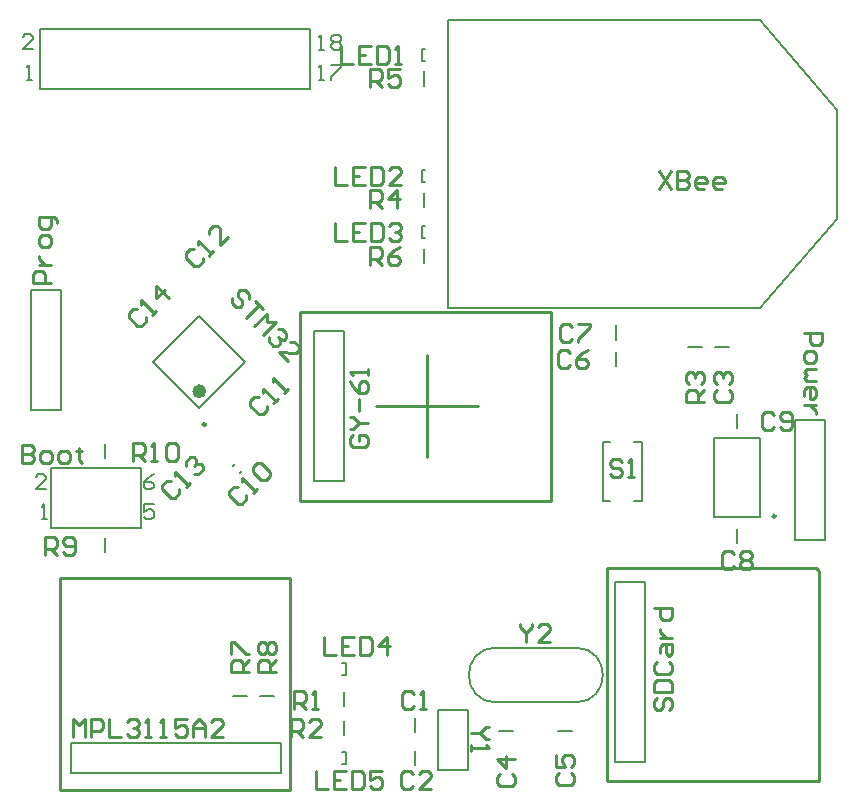
<source format=gto>
G04*
G04 #@! TF.GenerationSoftware,Altium Limited,Altium Designer,19.1.8 (144)*
G04*
G04 Layer_Color=65535*
%FSLAX44Y44*%
%MOMM*%
G71*
G01*
G75*
%ADD10C,0.6000*%
%ADD11C,0.2500*%
%ADD12C,0.2000*%
%ADD13C,0.2540*%
%ADD14C,0.2032*%
D10*
X160500Y347751D02*
G03*
X160500Y347751I-3000J0D01*
G01*
D11*
X162993Y319467D02*
G03*
X162993Y319467I-1250J0D01*
G01*
X645530Y242000D02*
G03*
X645530Y242000I-1250J0D01*
G01*
D12*
X409000Y130750D02*
G03*
X409000Y84250I0J-23250D01*
G01*
X476000D02*
G03*
X476000Y130750I0J23250D01*
G01*
X157500Y411391D02*
X196390Y372500D01*
X118609D02*
X157500Y333609D01*
X118609Y372500D02*
X157500Y411391D01*
Y333609D02*
X196390Y372500D01*
X697200Y494000D02*
Y586000D01*
X367800Y418100D02*
X631900D01*
X367800D02*
Y661900D01*
X631900D01*
X697200Y586000D01*
X631900Y418100D02*
X697200Y494000D01*
X77500Y291500D02*
Y303500D01*
X22534Y603702D02*
X251134D01*
X22534Y654502D02*
X251134D01*
X22534Y603702D02*
Y654502D01*
X251134Y603702D02*
Y654502D01*
X14800Y331500D02*
X40200D01*
X14800D02*
Y433100D01*
X40200Y331500D02*
Y433100D01*
X14800D02*
X40200D01*
X77500Y211500D02*
Y223500D01*
X594000Y385000D02*
X606000D01*
X571500D02*
X583500D01*
X510000Y369001D02*
Y381000D01*
Y391500D02*
Y403500D01*
X411500Y60000D02*
X423500D01*
X461500Y60000D02*
X473500D01*
X340000Y31500D02*
Y43500D01*
X340000Y59000D02*
Y71000D01*
X208600Y90000D02*
X220600D01*
X186100D02*
X198100D01*
X613030Y219000D02*
Y231000D01*
X48600Y50200D02*
X226400D01*
X48600Y24800D02*
Y50200D01*
Y24800D02*
X226400D01*
Y50200D01*
X409000Y84250D02*
X476000D01*
X409000Y130750D02*
X476000D01*
X526000Y304750D02*
X532000D01*
Y254750D02*
Y304750D01*
X526000Y254750D02*
X532000D01*
X499000Y304750D02*
X505000D01*
X499000Y254750D02*
Y304750D01*
Y254750D02*
X505000D01*
X359800Y78100D02*
X385200D01*
Y27300D02*
Y78100D01*
X359800Y27300D02*
X385200D01*
X359800D02*
Y78100D01*
X108100Y231900D02*
Y282700D01*
X31900Y231900D02*
Y282700D01*
X108100D01*
X31900Y231900D02*
X108100D01*
X59417D02*
X108100D01*
X254800Y398500D02*
X280200D01*
Y271500D02*
Y398500D01*
X254800Y271500D02*
Y398500D01*
Y271500D02*
X280200D01*
X280000Y56500D02*
Y68500D01*
Y81500D02*
Y93500D01*
X347500Y456500D02*
Y468500D01*
Y504000D02*
Y516000D01*
Y606500D02*
Y618500D01*
X613030Y316500D02*
Y328500D01*
X191945Y278434D02*
X194066Y280555D01*
X185934Y284445D02*
X188055Y286566D01*
X632530Y241500D02*
Y308500D01*
X593530Y241500D02*
Y308500D01*
Y241500D02*
X632530D01*
X593530Y308500D02*
X632530D01*
X662300Y323100D02*
X687700D01*
Y221500D02*
Y323100D01*
X662300Y221500D02*
Y323100D01*
Y221500D02*
X687700D01*
X509800Y186400D02*
X535200D01*
X509800Y34000D02*
X535200D01*
X509800D02*
Y186400D01*
X535200Y34000D02*
Y186400D01*
X281500Y107500D02*
Y117500D01*
X278500D02*
X281500D01*
X278500Y107500D02*
X281500D01*
X281500Y32500D02*
Y42500D01*
X278500D02*
X281500D01*
X278500Y32500D02*
X281500D01*
X346000Y627500D02*
Y637500D01*
Y627500D02*
X349000D01*
X346000Y637500D02*
X349000D01*
X346000Y525000D02*
Y535000D01*
Y525000D02*
X349000D01*
X346000Y535000D02*
X349000D01*
X346000Y477500D02*
Y487500D01*
Y477500D02*
X349000D01*
X346000Y487500D02*
X349000D01*
D13*
X234600Y10000D02*
Y190000D01*
X39600Y10000D02*
X234600D01*
X39600D02*
Y190000D01*
X234600D01*
X682500Y17900D02*
Y195400D01*
X680000Y197900D02*
X682500Y195400D01*
X502500Y197900D02*
X680000D01*
X502500Y17900D02*
Y197900D01*
Y17900D02*
X682500D01*
X242500Y255000D02*
X455000D01*
Y415000D01*
X242500D02*
X455000D01*
X242500Y255000D02*
Y415000D01*
X350000Y291843D02*
Y378157D01*
X306843Y335000D02*
X393157D01*
X546414Y534223D02*
X556571Y518988D01*
Y534223D02*
X546414Y518988D01*
X561649Y534223D02*
Y518988D01*
X569266D01*
X571805Y521527D01*
Y524066D01*
X569266Y526605D01*
X561649D01*
X569266D01*
X571805Y529144D01*
Y531684D01*
X569266Y534223D01*
X561649D01*
X584501Y518988D02*
X579423D01*
X576884Y521527D01*
Y526605D01*
X579423Y529144D01*
X584501D01*
X587041Y526605D01*
Y524066D01*
X576884D01*
X599737Y518988D02*
X594658D01*
X592119Y521527D01*
Y526605D01*
X594658Y529144D01*
X599737D01*
X602276Y526605D01*
Y524066D01*
X592119D01*
X101395Y288919D02*
Y304154D01*
X109012D01*
X111551Y301615D01*
Y296536D01*
X109012Y293997D01*
X101395D01*
X106473D02*
X111551Y288919D01*
X116630D02*
X121708D01*
X119169D01*
Y304154D01*
X116630Y301615D01*
X129326D02*
X131865Y304154D01*
X136943D01*
X139482Y301615D01*
Y291458D01*
X136943Y288919D01*
X131865D01*
X129326Y291458D01*
Y301615D01*
X27115Y208723D02*
Y223958D01*
X34733D01*
X37272Y221419D01*
Y216341D01*
X34733Y213802D01*
X27115D01*
X32194D02*
X37272Y208723D01*
X42350Y211262D02*
X44889Y208723D01*
X49968D01*
X52507Y211262D01*
Y221419D01*
X49968Y223958D01*
X44889D01*
X42350Y221419D01*
Y218880D01*
X44889Y216341D01*
X52507D01*
X199315Y426200D02*
X199384Y429790D01*
X195863Y433449D01*
X192273Y433519D01*
X190443Y431758D01*
X190374Y428168D01*
X193895Y424508D01*
X193825Y420918D01*
X191996Y419157D01*
X188405Y419227D01*
X184884Y422886D01*
X184954Y426477D01*
X204666Y424301D02*
X211708Y416982D01*
X208187Y420641D01*
X197208Y410078D01*
X204250Y402759D02*
X215229Y413322D01*
X215090Y406142D01*
X222271Y406003D01*
X211292Y395440D01*
X223962Y400583D02*
X227552Y400514D01*
X231073Y396854D01*
X231004Y393264D01*
X229174Y391503D01*
X225584Y391573D01*
X223824Y393402D01*
X225584Y391573D01*
X225515Y387982D01*
X223685Y386222D01*
X220095Y386291D01*
X216574Y389951D01*
X216643Y393541D01*
X232418Y373483D02*
X225376Y380802D01*
X239737Y380525D01*
X241567Y382285D01*
X241637Y385876D01*
X238115Y389535D01*
X234525Y389604D01*
X50358Y55169D02*
Y70404D01*
X55436Y65326D01*
X60514Y70404D01*
Y55169D01*
X65593D02*
Y70404D01*
X73210D01*
X75750Y67865D01*
Y62787D01*
X73210Y60248D01*
X65593D01*
X80828Y70404D02*
Y55169D01*
X90985D01*
X96063Y67865D02*
X98602Y70404D01*
X103681D01*
X106220Y67865D01*
Y65326D01*
X103681Y62787D01*
X101141D01*
X103681D01*
X106220Y60248D01*
Y57708D01*
X103681Y55169D01*
X98602D01*
X96063Y57708D01*
X111298Y55169D02*
X116376D01*
X113837D01*
Y70404D01*
X111298Y67865D01*
X123994Y55169D02*
X129072D01*
X126533D01*
Y70404D01*
X123994Y67865D01*
X146847Y70404D02*
X136690D01*
Y62787D01*
X141768Y65326D01*
X144307D01*
X146847Y62787D01*
Y57708D01*
X144307Y55169D01*
X139229D01*
X136690Y57708D01*
X151925Y55169D02*
Y65326D01*
X157003Y70404D01*
X162082Y65326D01*
Y55169D01*
Y62787D01*
X151925D01*
X177317Y55169D02*
X167160D01*
X177317Y65326D01*
Y67865D01*
X174778Y70404D01*
X169699D01*
X167160Y67865D01*
X31716Y439450D02*
X16481D01*
Y447067D01*
X19020Y449606D01*
X24099D01*
X26638Y447067D01*
Y439450D01*
X21560Y454685D02*
X31716D01*
X26638D01*
X24099Y457224D01*
X21560Y459763D01*
Y462302D01*
X31716Y472459D02*
Y477537D01*
X29177Y480076D01*
X24099D01*
X21560Y477537D01*
Y472459D01*
X24099Y469920D01*
X29177D01*
X31716Y472459D01*
X36795Y490233D02*
Y492772D01*
X34255Y495312D01*
X21560D01*
Y487694D01*
X24099Y485155D01*
X29177D01*
X31716Y487694D01*
Y495312D01*
X429082Y150402D02*
Y147863D01*
X434161Y142785D01*
X439239Y147863D01*
Y150402D01*
X434161Y142785D02*
Y135167D01*
X454474D02*
X444318D01*
X454474Y145324D01*
Y147863D01*
X451935Y150402D01*
X446857D01*
X444318Y147863D01*
X669336Y396722D02*
X684571D01*
Y389105D01*
X682032Y386566D01*
X676954D01*
X674415Y389105D01*
Y396722D01*
X669336Y378948D02*
Y373870D01*
X671876Y371330D01*
X676954D01*
X679493Y373870D01*
Y378948D01*
X676954Y381487D01*
X671876D01*
X669336Y378948D01*
X679493Y366252D02*
X671876D01*
X669336Y363713D01*
X671876Y361174D01*
X669336Y358635D01*
X671876Y356095D01*
X679493D01*
X669336Y343400D02*
Y348478D01*
X671876Y351017D01*
X676954D01*
X679493Y348478D01*
Y343400D01*
X676954Y340860D01*
X674415D01*
Y351017D01*
X679493Y335782D02*
X669336D01*
X674415D01*
X676954Y333243D01*
X679493Y330704D01*
Y328164D01*
X222230Y110000D02*
X206995D01*
Y117618D01*
X209534Y120157D01*
X214613D01*
X217152Y117618D01*
Y110000D01*
Y115078D02*
X222230Y120157D01*
X209534Y125235D02*
X206995Y127774D01*
Y132853D01*
X209534Y135392D01*
X212073D01*
X214613Y132853D01*
X217152Y135392D01*
X219691D01*
X222230Y132853D01*
Y127774D01*
X219691Y125235D01*
X217152D01*
X214613Y127774D01*
X212073Y125235D01*
X209534D01*
X214613Y127774D02*
Y132853D01*
X199600Y110000D02*
X184365D01*
Y117618D01*
X186904Y120157D01*
X191982D01*
X194522Y117618D01*
Y110000D01*
Y115078D02*
X199600Y120157D01*
X184365Y125235D02*
Y135392D01*
X186904D01*
X197061Y125235D01*
X199600D01*
X544804Y88056D02*
X542265Y85517D01*
Y80439D01*
X544804Y77900D01*
X547343D01*
X549883Y80439D01*
Y85517D01*
X552422Y88056D01*
X554961D01*
X557500Y85517D01*
Y80439D01*
X554961Y77900D01*
X542265Y93135D02*
X557500D01*
Y100752D01*
X554961Y103292D01*
X544804D01*
X542265Y100752D01*
Y93135D01*
X544804Y118527D02*
X542265Y115988D01*
Y110909D01*
X544804Y108370D01*
X554961D01*
X557500Y110909D01*
Y115988D01*
X554961Y118527D01*
X547343Y126144D02*
Y131222D01*
X549883Y133762D01*
X557500D01*
Y126144D01*
X554961Y123605D01*
X552422Y126144D01*
Y133762D01*
X547343Y138840D02*
X557500D01*
X552422D01*
X549883Y141379D01*
X547343Y143918D01*
Y146458D01*
X542265Y164232D02*
X557500D01*
Y156614D01*
X554961Y154075D01*
X549883D01*
X547343Y156614D01*
Y164232D01*
X7395Y302182D02*
Y286947D01*
X15013D01*
X17552Y289486D01*
Y292025D01*
X15013Y294564D01*
X7395D01*
X15013D01*
X17552Y297103D01*
Y299643D01*
X15013Y302182D01*
X7395D01*
X25169Y286947D02*
X30248D01*
X32787Y289486D01*
Y294564D01*
X30248Y297103D01*
X25169D01*
X22630Y294564D01*
Y289486D01*
X25169Y286947D01*
X40404D02*
X45483D01*
X48022Y289486D01*
Y294564D01*
X45483Y297103D01*
X40404D01*
X37865Y294564D01*
Y289486D01*
X40404Y286947D01*
X55639Y299643D02*
Y297103D01*
X53100D01*
X58179D01*
X55639D01*
Y289486D01*
X58179Y286947D01*
X287568Y310991D02*
X285028Y308452D01*
Y303373D01*
X287568Y300834D01*
X297724D01*
X300263Y303373D01*
Y308452D01*
X297724Y310991D01*
X292646D01*
Y305912D01*
X285028Y316069D02*
X287568D01*
X292646Y321148D01*
X287568Y326226D01*
X285028D01*
X292646Y321148D02*
X300263D01*
X292646Y331304D02*
Y341461D01*
X285028Y356696D02*
X287568Y351618D01*
X292646Y346539D01*
X297724D01*
X300263Y349079D01*
Y354157D01*
X297724Y356696D01*
X295185D01*
X292646Y354157D01*
Y346539D01*
X300263Y361774D02*
Y366853D01*
Y364314D01*
X285028D01*
X287568Y361774D01*
X104858Y417483D02*
X101267D01*
X97676Y413892D01*
Y410301D01*
X104858Y403119D01*
X108449D01*
X112039Y406710D01*
Y410301D01*
X117426Y412097D02*
X121017Y415688D01*
X119221Y413892D01*
X108449Y424665D01*
Y421074D01*
X131790Y426460D02*
X121017Y437233D01*
Y426460D01*
X128199Y433642D01*
X133538Y272015D02*
X129947D01*
X126356Y268424D01*
Y264833D01*
X133538Y257651D01*
X137129D01*
X140720Y261242D01*
Y264833D01*
X146106Y266628D02*
X149697Y270219D01*
X147902Y268424D01*
X137129Y279197D01*
Y275606D01*
X146106Y284583D02*
Y288174D01*
X149697Y291765D01*
X153288D01*
X155084Y289970D01*
Y286379D01*
X153288Y284583D01*
X155084Y286379D01*
X158674D01*
X160470Y284583D01*
Y280992D01*
X156879Y277401D01*
X153288D01*
X153168Y467980D02*
X149577D01*
X145986Y464389D01*
Y460798D01*
X153168Y453616D01*
X156759D01*
X160350Y457207D01*
Y460798D01*
X165736Y462593D02*
X169327Y466184D01*
X167532Y464389D01*
X156759Y475162D01*
Y471571D01*
X181895Y478753D02*
X174714Y471571D01*
Y485935D01*
X172918Y487730D01*
X169327D01*
X165736Y484139D01*
Y480548D01*
X207797Y342847D02*
X204206D01*
X200615Y339256D01*
Y335665D01*
X207797Y328483D01*
X211388D01*
X214979Y332074D01*
Y335665D01*
X220365Y337460D02*
X223956Y341051D01*
X222161Y339256D01*
X211388Y350028D01*
Y346437D01*
X229343D02*
X232934Y350028D01*
X231138Y348233D01*
X220365Y359006D01*
Y355415D01*
X190279Y267064D02*
X186688D01*
X183097Y263473D01*
Y259882D01*
X190279Y252700D01*
X193870D01*
X197461Y256291D01*
Y259882D01*
X202848Y261678D02*
X206439Y265269D01*
X204643Y263473D01*
X193870Y274246D01*
Y270655D01*
X202848Y279632D02*
Y283223D01*
X206439Y286814D01*
X210030D01*
X217211Y279632D01*
Y276042D01*
X213620Y272451D01*
X210030D01*
X202848Y279632D01*
X515157Y287696D02*
X512617Y290235D01*
X507539D01*
X505000Y287696D01*
Y285157D01*
X507539Y282617D01*
X512617D01*
X515157Y280078D01*
Y277539D01*
X512617Y275000D01*
X507539D01*
X505000Y277539D01*
X520235Y275000D02*
X525313D01*
X522774D01*
Y290235D01*
X520235Y287696D01*
X643767Y327388D02*
X641228Y329927D01*
X636150D01*
X633611Y327388D01*
Y317231D01*
X636150Y314692D01*
X641228D01*
X643767Y317231D01*
X648846D02*
X651385Y314692D01*
X656463D01*
X659002Y317231D01*
Y327388D01*
X656463Y329927D01*
X651385D01*
X648846Y327388D01*
Y324849D01*
X651385Y322309D01*
X659002D01*
X610687Y210196D02*
X608148Y212735D01*
X603069D01*
X600530Y210196D01*
Y200039D01*
X603069Y197500D01*
X608148D01*
X610687Y200039D01*
X615765Y210196D02*
X618304Y212735D01*
X623383D01*
X625922Y210196D01*
Y207657D01*
X623383Y205117D01*
X625922Y202578D01*
Y200039D01*
X623383Y197500D01*
X618304D01*
X615765Y200039D01*
Y202578D01*
X618304Y205117D01*
X615765Y207657D01*
Y210196D01*
X618304Y205117D02*
X623383D01*
X402564Y63781D02*
X400024D01*
X394946Y58703D01*
X400024Y53624D01*
X402564D01*
X394946Y58703D02*
X387329D01*
Y48546D02*
Y43468D01*
Y46007D01*
X402564D01*
X400024Y48546D01*
X302500Y455000D02*
Y470235D01*
X310117D01*
X312657Y467696D01*
Y462618D01*
X310117Y460078D01*
X302500D01*
X307578D02*
X312657Y455000D01*
X327892Y470235D02*
X322813Y467696D01*
X317735Y462618D01*
Y457539D01*
X320274Y455000D01*
X325353D01*
X327892Y457539D01*
Y460078D01*
X325353Y462618D01*
X317735D01*
X302500Y605000D02*
Y620235D01*
X310117D01*
X312657Y617696D01*
Y612618D01*
X310117Y610078D01*
X302500D01*
X307578D02*
X312657Y605000D01*
X327892Y620235D02*
X317735D01*
Y612618D01*
X322813Y615157D01*
X325353D01*
X327892Y612618D01*
Y607539D01*
X325353Y605000D01*
X320274D01*
X317735Y607539D01*
X302500Y502500D02*
Y517735D01*
X310117D01*
X312657Y515196D01*
Y510118D01*
X310117Y507578D01*
X302500D01*
X307578D02*
X312657Y502500D01*
X325353D02*
Y517735D01*
X317735Y510118D01*
X327892D01*
X584678Y338883D02*
X569443D01*
Y346501D01*
X571982Y349040D01*
X577060D01*
X579600Y346501D01*
Y338883D01*
Y343962D02*
X584678Y349040D01*
X571982Y354118D02*
X569443Y356657D01*
Y361736D01*
X571982Y364275D01*
X574521D01*
X577060Y361736D01*
Y359197D01*
Y361736D01*
X579600Y364275D01*
X582139D01*
X584678Y361736D01*
Y356657D01*
X582139Y354118D01*
X235255Y54663D02*
Y69898D01*
X242873D01*
X245412Y67359D01*
Y62281D01*
X242873Y59741D01*
X235255D01*
X240333D02*
X245412Y54663D01*
X260647D02*
X250490D01*
X260647Y64820D01*
Y67359D01*
X258108Y69898D01*
X253029D01*
X250490Y67359D01*
X237777Y79041D02*
Y94276D01*
X245394D01*
X247934Y91737D01*
Y86659D01*
X245394Y84120D01*
X237777D01*
X242855D02*
X247934Y79041D01*
X253012D02*
X258090D01*
X255551D01*
Y94276D01*
X253012Y91737D01*
X256271Y26185D02*
Y10950D01*
X266427D01*
X281663Y26185D02*
X271506D01*
Y10950D01*
X281663D01*
X271506Y18568D02*
X276584D01*
X286741Y26185D02*
Y10950D01*
X294358D01*
X296898Y13489D01*
Y23646D01*
X294358Y26185D01*
X286741D01*
X312133D02*
X301976D01*
Y18568D01*
X307054Y21107D01*
X309594D01*
X312133Y18568D01*
Y13489D01*
X309594Y10950D01*
X304515D01*
X301976Y13489D01*
X262996Y139670D02*
Y124435D01*
X273153D01*
X288388Y139670D02*
X278231D01*
Y124435D01*
X288388D01*
X278231Y132053D02*
X283309D01*
X293466Y139670D02*
Y124435D01*
X301083D01*
X303623Y126974D01*
Y137131D01*
X301083Y139670D01*
X293466D01*
X316318Y124435D02*
Y139670D01*
X308701Y132053D01*
X318858D01*
X272500Y490235D02*
Y475000D01*
X282657D01*
X297892Y490235D02*
X287735D01*
Y475000D01*
X297892D01*
X287735Y482618D02*
X292813D01*
X302970Y490235D02*
Y475000D01*
X310588D01*
X313127Y477539D01*
Y487696D01*
X310588Y490235D01*
X302970D01*
X318205Y487696D02*
X320744Y490235D01*
X325823D01*
X328362Y487696D01*
Y485157D01*
X325823Y482618D01*
X323284D01*
X325823D01*
X328362Y480078D01*
Y477539D01*
X325823Y475000D01*
X320744D01*
X318205Y477539D01*
X272500Y537735D02*
Y522500D01*
X282657D01*
X297892Y537735D02*
X287735D01*
Y522500D01*
X297892D01*
X287735Y530118D02*
X292813D01*
X302970Y537735D02*
Y522500D01*
X310588D01*
X313127Y525039D01*
Y535196D01*
X310588Y537735D01*
X302970D01*
X328362Y522500D02*
X318205D01*
X328362Y532657D01*
Y535196D01*
X325823Y537735D01*
X320744D01*
X318205Y535196D01*
X277500Y640235D02*
Y625000D01*
X287657D01*
X302892Y640235D02*
X292735D01*
Y625000D01*
X302892D01*
X292735Y632618D02*
X297813D01*
X307970Y640235D02*
Y625000D01*
X315588D01*
X318127Y627539D01*
Y637696D01*
X315588Y640235D01*
X307970D01*
X323205Y625000D02*
X328284D01*
X325744D01*
Y640235D01*
X323205Y637696D01*
X472778Y402436D02*
X470239Y404975D01*
X465160D01*
X462621Y402436D01*
Y392279D01*
X465160Y389740D01*
X470239D01*
X472778Y392279D01*
X477856Y404975D02*
X488013D01*
Y402436D01*
X477856Y392279D01*
Y389740D01*
X471129Y380169D02*
X468589Y382708D01*
X463511D01*
X460972Y380169D01*
Y370012D01*
X463511Y367473D01*
X468589D01*
X471129Y370012D01*
X486363Y382708D02*
X481285Y380169D01*
X476207Y375091D01*
Y370012D01*
X478746Y367473D01*
X483824D01*
X486363Y370012D01*
Y372551D01*
X483824Y375091D01*
X476207D01*
X462406Y24327D02*
X459866Y21788D01*
Y16710D01*
X462406Y14170D01*
X472562D01*
X475102Y16710D01*
Y21788D01*
X472562Y24327D01*
X459866Y39562D02*
Y29405D01*
X467484D01*
X464945Y34484D01*
Y37023D01*
X467484Y39562D01*
X472562D01*
X475102Y37023D01*
Y31945D01*
X472562Y29405D01*
X411897Y23878D02*
X409358Y21339D01*
Y16260D01*
X411897Y13721D01*
X422054D01*
X424593Y16260D01*
Y21339D01*
X422054Y23878D01*
X424593Y36574D02*
X409358D01*
X416975Y28956D01*
Y39113D01*
X595899Y349040D02*
X593359Y346501D01*
Y341422D01*
X595899Y338883D01*
X606055D01*
X608595Y341422D01*
Y346501D01*
X606055Y349040D01*
X595899Y354118D02*
X593359Y356657D01*
Y361736D01*
X595899Y364275D01*
X598438D01*
X600977Y361736D01*
Y359197D01*
Y361736D01*
X603516Y364275D01*
X606055D01*
X608595Y361736D01*
Y356657D01*
X606055Y354118D01*
X338446Y23723D02*
X335907Y26263D01*
X330829D01*
X328289Y23723D01*
Y13567D01*
X330829Y11027D01*
X335907D01*
X338446Y13567D01*
X353681Y11027D02*
X343525D01*
X353681Y21184D01*
Y23723D01*
X351142Y26263D01*
X346064D01*
X343525Y23723D01*
X339344Y91293D02*
X336805Y93832D01*
X331726D01*
X329187Y91293D01*
Y81136D01*
X331726Y78597D01*
X336805D01*
X339344Y81136D01*
X344422Y78597D02*
X349501D01*
X346962D01*
Y93832D01*
X344422Y91293D01*
D14*
X258754Y636722D02*
X262986D01*
X260870D01*
Y649418D01*
X258754Y647302D01*
X269334D02*
X271450Y649418D01*
X275682D01*
X277798Y647302D01*
Y645186D01*
X275682Y643070D01*
X277798Y640954D01*
Y638838D01*
X275682Y636722D01*
X271450D01*
X269334Y638838D01*
Y640954D01*
X271450Y643070D01*
X269334Y645186D01*
Y647302D01*
X271450Y643070D02*
X275682D01*
X258754Y611322D02*
X262986D01*
X260870D01*
Y624018D01*
X258754Y621902D01*
X269334Y624018D02*
X277798D01*
Y621902D01*
X269334Y613438D01*
Y611322D01*
X11339Y611672D02*
X15571D01*
X13455D01*
Y624368D01*
X11339Y622252D01*
X16516Y637309D02*
X8052D01*
X16516Y645773D01*
Y647889D01*
X14400Y650005D01*
X10168D01*
X8052Y647889D01*
X119104Y277616D02*
X114872Y275500D01*
X110640Y271268D01*
Y267036D01*
X112756Y264920D01*
X116988D01*
X119104Y267036D01*
Y269152D01*
X116988Y271268D01*
X110640D01*
X119104Y252216D02*
X110640D01*
Y245868D01*
X114872Y247984D01*
X116988D01*
X119104Y245868D01*
Y241636D01*
X116988Y239520D01*
X112756D01*
X110640Y241636D01*
X27664Y264920D02*
X19200D01*
X27664Y273384D01*
Y275500D01*
X25548Y277616D01*
X21316D01*
X19200Y275500D01*
X24280Y239520D02*
X28512D01*
X26396D01*
Y252216D01*
X24280Y250100D01*
M02*

</source>
